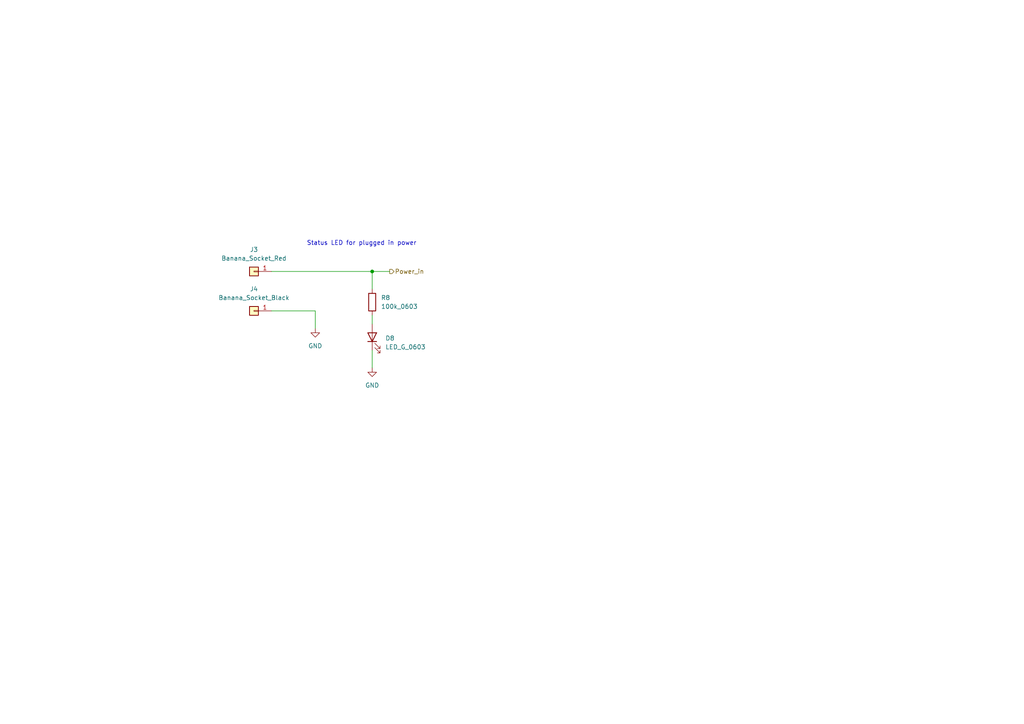
<source format=kicad_sch>
(kicad_sch (version 20250114) (generator "eeschema") (generator_version "9.0")
  (paper "A4")
  (lib_symbols
    (symbol "MYLIB_Misc:Banana_Socket_Black"
      (property "Reference" "J" (at -0.254 0.254 0))
      (property "Value" "Banana_Socket_Black" (at 0 -1.524 0))
      (symbol "Banana_Socket_Black_1_1"
        (rectangle (start -1.27 -3.81) (end 1.27 -6.35) (stroke (width 0.254)) (fill (type background)))
        (rectangle (start -1.27 -4.953) (end 0 -5.207) (stroke (width 0.1524)))
        (pin passive line (at -5.08 -5.08 0) (length 3.81) (name "~") (number "1"))
      )
    )
    (symbol "MYLIB_Misc:Banana_Socket_Red"
      (property "Reference" "J" (at 0 0 0))
      (property "Value" "Banana_Socket_Red" (at 0 -1.778 0))
      (symbol "Banana_Socket_Red_1_1"
        (rectangle (start -1.27 -3.81) (end 1.27 -6.35) (stroke (width 0.254)) (fill (type background)))
        (rectangle (start -1.27 -4.953) (end 0 -5.207) (stroke (width 0.1524)))
        (pin passive line (at -5.08 -5.08 0) (length 3.81) (name "~") (number "1"))
      )
    )
    (symbol "WLIB_D:LED_G_0603" (pin_numbers (hide yes)) (pin_names (offset 1.016) (hide yes))
      (property "Reference" "D" (at 0 2.54 0))
      (property "Value" "LED_G_0603" (at 0 -3.81 0))
      (symbol "LED_G_0603_0_1"
        (polyline (pts (xy -3.048 -0.762) (xy -4.572 -2.286) (xy -3.81 -2.286) (xy -4.572 -2.286) (xy -4.572 -1.524)))
        (polyline (pts (xy -1.778 -0.762) (xy -3.302 -2.286) (xy -2.54 -2.286) (xy -3.302 -2.286) (xy -3.302 -1.524)))
        (polyline (pts (xy -1.27 0) (xy 1.27 0)))
        (polyline (pts (xy -1.27 -1.27) (xy -1.27 1.27)) (stroke (width 0.254)))
        (polyline (pts (xy 1.27 -1.27) (xy 1.27 1.27) (xy -1.27 0) (xy 1.27 -1.27)) (stroke (width 0.254)))
      )
      (symbol "LED_G_0603_1_1"
        (pin passive line (at -3.81 0 0) (length 2.54) (name "K") (number "1"))
        (pin passive line (at 3.81 0 180) (length 2.54) (name "A") (number "2"))
      )
    )
    (symbol "WLIB_R:100k_0603" (pin_numbers (hide yes)) (pin_names (offset 0))
      (property "Reference" "R" (at 2.032 0 90))
      (property "Value" "100k_0603" (at -2.54 0 90))
      (symbol "100k_0603_0_1"
        (rectangle (start -1.016 -2.54) (end 1.016 2.54) (stroke (width 0.254)))
      )
      (symbol "100k_0603_1_1"
        (pin passive line (at 0 3.81 270) (length 1.27) (name "~") (number "1"))
        (pin passive line (at 0 -3.81 90) (length 1.27) (name "~") (number "2"))
      )
    )
    (symbol "power:GND" (power) (pin_numbers (hide yes)) (pin_names (offset 0) (hide yes))
      (property "Value" "GND" (at 0 -3.81 0))
      (symbol "GND_0_1"
        (polyline (pts (xy 0 0) (xy 0 -1.27) (xy 1.27 -1.27) (xy 0 -2.54) (xy -1.27 -1.27) (xy 0 -1.27)))
      )
      (symbol "GND_1_1"
        (pin power_in line (at 0 0 270) (length 0) (name "~") (number "1"))
      )
    )
  )
  (text "Status LED for plugged in power" (at 104.902 70.612 0) (effects (font (size 1.27 1.27))))
  (junction (at 107.95 78.74))
  (wire (pts (xy 78.74 78.74) (xy 107.95 78.74)))
  (wire (pts (xy 107.95 83.82) (xy 107.95 78.74)))
  (wire (pts (xy 107.95 101.6) (xy 107.95 106.68)))
  (wire (pts (xy 91.44 95.25) (xy 91.44 90.17)))
  (wire (pts (xy 78.74 90.17) (xy 91.44 90.17)))
  (wire (pts (xy 107.95 91.44) (xy 107.95 93.98)))
  (wire (pts (xy 107.95 78.74) (xy 113.03 78.74)))
  (hierarchical_label "Power_in" (shape output) (at 113.03 78.74 0))
  (symbol (lib_id "WLIB_R:100k_0603") (at 107.95 87.63 0) (unit 1)
    (property "Reference" "R8" (at 110.49 86.3599 0) (effects (justify left)))
    (property "Value" "100k_0603" (at 110.49 88.8999 0) (effects (justify left)))
    (property "Footprint" "Resistor_SMD:R_0603_1608Metric" (effects (hide yes)))
    (property "Datasheet" "https://www.farnell.com/datasheets/2710391.pdf" (effects (hide yes)))
    (property "Description" "Resistor" (effects (hide yes)))
    (property "FARNELL" "2078921" (effects (hide yes)))
    (property "Power Rating" "100mW" (effects (hide yes)))
    (property "JLCPCB" "    C267258" (effects (hide yes)))
  )
  (symbol (lib_id "power:GND") (at 91.44 95.25 0) (unit 1)
    (property "Reference" "#PWR036" (effects (hide yes)))
    (property "Value" "GND" (at 91.44 100.33 0))
    (property "Description" "Power symbol creates a global label with name \"GND\" , ground" (effects (hide yes)))
  )
  (symbol (lib_id "MYLIB_Misc:Banana_Socket_Red") (at 73.66 83.82 180) (unit 1)
    (property "Reference" "J3" (at 73.66 72.39 0))
    (property "Value" "Banana_Socket_Red" (at 73.66 74.93 0))
    (property "Footprint" "MYLIB_Misc:Banana_Socket_Altech_Red" (effects (hide yes)))
    (property "Datasheet" "https://www.mouser.de/datasheet/3/254/1/TestMeasurement59.pdf" (effects (hide yes)))
    (property "Description" "Red Banana Socket" (effects (hide yes)))
    (property "Digikey" "973582101-ND" (effects (hide yes)))
    (property "Mouser" " 845-973582101 " (effects (hide yes)))
  )
  (symbol (lib_id "MYLIB_Misc:Banana_Socket_Black") (at 73.66 95.25 180) (unit 1)
    (property "Reference" "J4" (at 73.66 83.82 0))
    (property "Value" "Banana_Socket_Black" (at 73.66 86.36 0))
    (property "Footprint" "MYLIB_Misc:Banana_Socket_Aletch_Black" (effects (hide yes)))
    (property "Datasheet" "https://www.mouser.de/datasheet/3/254/1/TestMeasurement59.pdf" (effects (hide yes)))
    (property "Description" "Black Banana Socket" (effects (hide yes)))
    (property "Digikey" "973582100-ND" (effects (hide yes)))
    (property "Mouser" " 845-973582100 " (effects (hide yes)))
  )
  (symbol (lib_id "power:GND") (at 107.95 106.68 0) (unit 1)
    (property "Reference" "#PWR037" (effects (hide yes)))
    (property "Value" "GND" (at 107.95 111.76 0))
    (property "Description" "Power symbol creates a global label with name \"GND\" , ground" (effects (hide yes)))
  )
  (symbol (lib_id "WLIB_D:LED_G_0603") (at 107.95 97.79 90) (unit 1)
    (property "Reference" "D8" (at 111.76 98.1074 90) (effects (justify right)))
    (property "Value" "LED_G_0603" (at 111.76 100.6474 90) (effects (justify right)))
    (property "Footprint" "WLIB_DO:LED_0603_1608Metric" (effects (hide yes)))
    (property "Datasheet" "https://www.farnell.com/datasheets/2068423.pdf" (effects (hide yes)))
    (property "Description" "Light emitting diode" (effects (hide yes)))
    (property "FARNELL" "2610409" (effects (hide yes)))
    (property "Max DC Current" "25mA" (effects (hide yes)))
    (property "Forward Voltage" "2.65 V @ 2mA" (effects (hide yes)))
    (property "JLCPCB" "C965805" (effects (hide yes)))
  )
)
</source>
